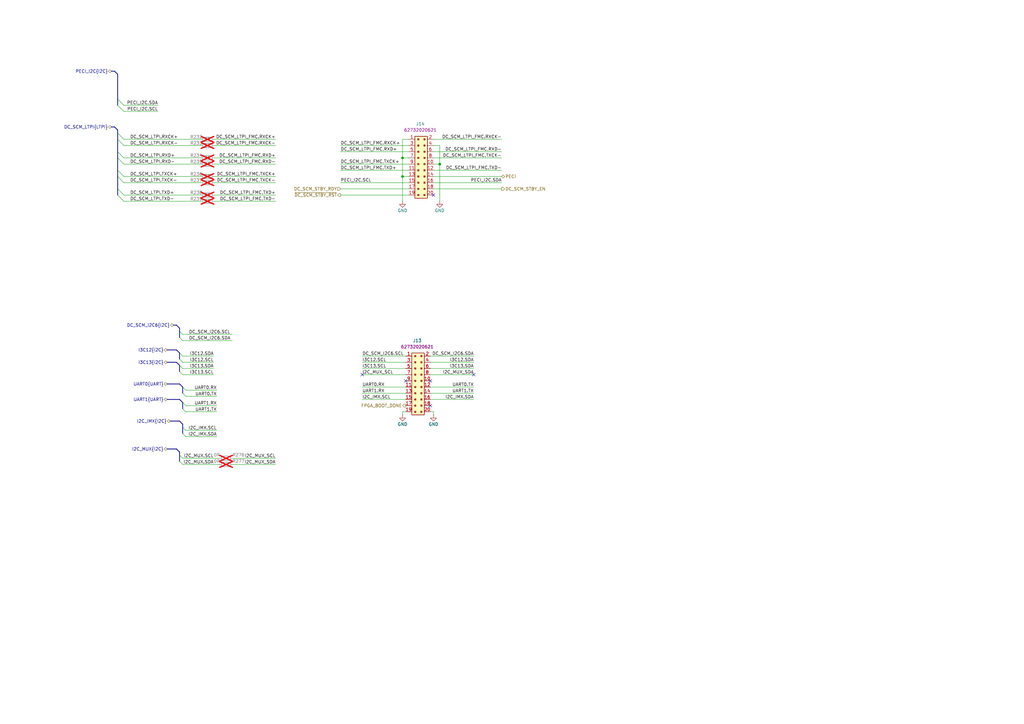
<source format=kicad_sch>
(kicad_sch (version 20250114) (generator "eeschema") (generator_version "9.0")
  (paper "A3")
  (title_block (title "BMC Reference Carrier Board") (date "2025-08-14") (rev "1.0.0"))
  (lib_symbols
    (symbol "antmicroGenericPinHeaders:PinHeader_2x10_P1.27mm_SMD_Shrouded"
      (property "Reference" "J" (at 18.415 -3.175 0))
      (property "MPN" "62732020621" (at 18.415 -13.335 0))
      (symbol "PinHeader_2x10_P1.27mm_SMD_Shrouded_1_1"
        (rectangle (start 1.905 -5.08) (end 1.905 -5.08) (stroke (width 0.254)) (fill (type background)))
        (rectangle (start 2.54 1.27) (end 7.62 -24.13) (stroke (width 0.254)) (fill (type background)))
        (rectangle (start 3.81 -2.54) (end 3.81 -2.54) (stroke (width 0.254)) (fill (type background)))
        (rectangle (start 4.191 -0.254) (end 3.683 0.254) (stroke (width 0.254)) (fill (type background)))
        (rectangle (start 4.191 -2.794) (end 3.683 -2.286) (stroke (width 0.254)) (fill (type background)))
        (rectangle (start 4.191 -5.334) (end 3.683 -4.826) (stroke (width 0.254)) (fill (type background)))
        (rectangle (start 4.191 -7.874) (end 3.683 -7.366) (stroke (width 0.254)) (fill (type background)))
        (rectangle (start 4.191 -10.414) (end 3.683 -9.906) (stroke (width 0.254)) (fill (type background)))
        (rectangle (start 4.191 -12.954) (end 3.683 -12.446) (stroke (width 0.254)) (fill (type background)))
        (rectangle (start 4.191 -15.494) (end 3.683 -14.986) (stroke (width 0.254)) (fill (type background)))
        (rectangle (start 4.191 -18.034) (end 3.683 -17.526) (stroke (width 0.254)) (fill (type background)))
        (rectangle (start 4.191 -20.574) (end 3.683 -20.066) (stroke (width 0.254)) (fill (type background)))
        (rectangle (start 4.191 -23.114) (end 3.683 -22.606) (stroke (width 0.254)) (fill (type background)))
        (rectangle (start 6.7056 -23.114) (end 6.1976 -22.606) (stroke (width 0.254)) (fill (type background)))
        (rectangle (start 6.731 -0.254) (end 6.223 0.254) (stroke (width 0.254)) (fill (type background)))
        (rectangle (start 6.731 -2.794) (end 6.223 -2.286) (stroke (width 0.254)) (fill (type background)))
        (rectangle (start 6.731 -5.334) (end 6.223 -4.826) (stroke (width 0.254)) (fill (type background)))
        (rectangle (start 6.731 -7.874) (end 6.223 -7.366) (stroke (width 0.254)) (fill (type background)))
        (rectangle (start 6.731 -10.414) (end 6.223 -9.906) (stroke (width 0.254)) (fill (type background)))
        (rectangle (start 6.731 -12.954) (end 6.223 -12.446) (stroke (width 0.254)) (fill (type background)))
        (rectangle (start 6.731 -15.494) (end 6.223 -14.986) (stroke (width 0.254)) (fill (type background)))
        (rectangle (start 6.731 -18.034) (end 6.223 -17.526) (stroke (width 0.254)) (fill (type background)))
        (rectangle (start 6.731 -20.574) (end 6.223 -20.066) (stroke (width 0.254)) (fill (type background)))
        (pin passive line (at 0 0 0) (length 2.54) (name "~") (number "1"))
        (pin passive line (at 0 -2.54 0) (length 2.54) (name "~") (number "3"))
        (pin passive line (at 0 -5.08 0) (length 2.54) (name "~") (number "5"))
        (pin passive line (at 0 -7.62 0) (length 2.54) (name "~") (number "7"))
        (pin passive line (at 0 -10.16 0) (length 2.54) (name "~") (number "9"))
        (pin passive line (at 0 -12.7 0) (length 2.54) (name "~") (number "11"))
        (pin passive line (at 0 -15.24 0) (length 2.54) (name "~") (number "13"))
        (pin passive line (at 0 -17.78 0) (length 2.54) (name "~") (number "15"))
        (pin passive line (at 0 -20.32 0) (length 2.54) (name "~") (number "17"))
        (pin passive line (at 0 -22.86 0) (length 2.54) (name "~") (number "19"))
        (pin passive line (at 10.16 0 180) (length 2.54) (name "~") (number "2"))
        (pin passive line (at 10.16 -2.54 180) (length 2.54) (name "~") (number "4"))
        (pin passive line (at 10.16 -5.08 180) (length 2.54) (name "~") (number "6"))
        (pin passive line (at 10.16 -7.62 180) (length 2.54) (name "~") (number "8"))
        (pin passive line (at 10.16 -10.16 180) (length 2.54) (name "~") (number "10"))
        (pin passive line (at 10.16 -12.7 180) (length 2.54) (name "~") (number "12"))
        (pin passive line (at 10.16 -15.24 180) (length 2.54) (name "~") (number "14"))
        (pin passive line (at 10.16 -17.78 180) (length 2.54) (name "~") (number "16"))
        (pin passive line (at 10.16 -20.32 180) (length 2.54) (name "~") (number "18"))
        (pin passive line (at 10.16 -22.86 180) (length 2.54) (name "~") (number "20"))
      )
    )
    (symbol "antmicroResistors0402:R_0R_0402" (pin_numbers (hide yes)) (pin_names (hide yes))
      (property "Reference" "R" (at 20.32 -5.08 0))
      (property "Val" "0R" (at 20.32 -7.62 0))
      (symbol "R_0R_0402_0_1"
        (rectangle (start 0.635 0.889) (end 4.445 -0.889) (stroke (width 0.254)))
      )
      (symbol "R_0R_0402_1_1"
        (pin passive line (at 0 0 0) (length 0.635) (name "~") (number "1"))
        (pin passive line (at 5.08 0 180) (length 0.635) (name "~") (number "2"))
      )
    )
    (symbol "antmicropower:GND" (power) (pin_numbers (hide yes)) (pin_names (hide yes))
      (property "Value" "GND" (at 8.89 -5.08 0))
      (symbol "GND_1_1"
        (polyline (pts (xy 0 0) (xy 0 -1.27) (xy 1.27 -1.27) (xy 0 -2.54) (xy -1.27 -1.27) (xy 0 -1.27)))
        (pin power_in line (at 0 0 270) (length 0) (name "GND") (number "1"))
      )
    )
  )
  (junction (at 165.1 64.77))
  (junction (at 165.1 72.39))
  (junction (at 180.34 67.31))
  (no_connect (at 176.53 156.21))
  (no_connect (at 166.37 156.21))
  (no_connect (at 194.31 153.67))
  (no_connect (at 177.8 80.01))
  (no_connect (at 176.53 166.37))
  (no_connect (at 148.59 153.67))
  (bus_entry (at 48.26 77.47) (size 2.54 2.54))
  (bus_entry (at 73.66 189.23) (size 1.27 1.27))
  (bus_entry (at 48.26 54.61) (size 2.54 2.54))
  (bus_entry (at 73.66 186.69) (size 1.27 1.27))
  (bus_entry (at 48.26 57.15) (size 2.54 2.54))
  (bus_entry (at 48.26 80.01) (size 2.54 2.54))
  (bus_entry (at 48.26 64.77) (size 2.54 2.54))
  (bus_entry (at 74.93 167.64) (size 1.27 1.27))
  (bus_entry (at 48.26 72.39) (size 2.54 2.54))
  (bus_entry (at 73.66 147.32) (size 1.27 1.27))
  (bus_entry (at 74.93 177.8) (size 1.27 1.27))
  (bus_entry (at 48.26 43.18) (size 2.54 2.54))
  (bus_entry (at 48.26 40.64) (size 2.54 2.54))
  (bus_entry (at 73.66 135.89) (size 1.27 1.27))
  (bus_entry (at 74.93 161.29) (size 1.27 1.27))
  (bus_entry (at 73.66 138.43) (size 1.27 1.27))
  (bus_entry (at 73.66 144.78) (size 1.27 1.27))
  (bus_entry (at 74.93 165.1) (size 1.27 1.27))
  (bus_entry (at 48.26 62.23) (size 2.54 2.54))
  (bus_entry (at 73.66 149.86) (size 1.27 1.27))
  (bus_entry (at 74.93 175.26) (size 1.27 1.27))
  (bus_entry (at 74.93 158.75) (size 1.27 1.27))
  (bus_entry (at 48.26 69.85) (size 2.54 2.54))
  (bus_entry (at 73.66 152.4) (size 1.27 1.27))
  (wire (pts (xy 139.7 67.31) (xy 167.64 67.31)))
  (wire (pts (xy 74.93 190.5) (xy 90.17 190.5)))
  (bus (pts (xy 72.39 133.35) (xy 73.66 134.62)))
  (bus (pts (xy 74.93 175.26) (xy 74.93 177.8)))
  (wire (pts (xy 176.53 161.29) (xy 194.31 161.29)))
  (wire (pts (xy 74.93 151.13) (xy 87.63 151.13)))
  (bus (pts (xy 48.26 69.85) (xy 48.26 72.39)))
  (wire (pts (xy 176.53 168.91) (xy 177.8 168.91)))
  (wire (pts (xy 176.53 153.67) (xy 194.31 153.67)))
  (wire (pts (xy 205.74 57.15) (xy 177.8 57.15)))
  (wire (pts (xy 180.34 59.69) (xy 180.34 67.31)))
  (wire (pts (xy 205.74 62.23) (xy 177.8 62.23)))
  (wire (pts (xy 165.1 57.15) (xy 165.1 64.77)))
  (wire (pts (xy 148.59 161.29) (xy 166.37 161.29)))
  (wire (pts (xy 177.8 67.31) (xy 180.34 67.31)))
  (wire (pts (xy 50.8 72.39) (xy 82.55 72.39)))
  (wire (pts (xy 50.8 67.31) (xy 82.55 67.31)))
  (bus (pts (xy 72.39 148.59) (xy 73.66 149.86)))
  (wire (pts (xy 176.53 163.83) (xy 194.31 163.83)))
  (bus (pts (xy 68.58 184.15) (xy 72.39 184.15)))
  (wire (pts (xy 176.53 158.75) (xy 194.31 158.75)))
  (wire (pts (xy 165.1 72.39) (xy 167.64 72.39)))
  (wire (pts (xy 165.1 64.77) (xy 167.64 64.77)))
  (wire (pts (xy 166.37 168.91) (xy 165.1 168.91)))
  (wire (pts (xy 139.7 77.47) (xy 167.64 77.47)))
  (wire (pts (xy 87.63 67.31) (xy 113.03 67.31)))
  (wire (pts (xy 165.1 64.77) (xy 165.1 72.39)))
  (wire (pts (xy 76.2 168.91) (xy 88.9 168.91)))
  (wire (pts (xy 165.1 72.39) (xy 165.1 82.55)))
  (wire (pts (xy 205.74 64.77) (xy 177.8 64.77)))
  (bus (pts (xy 73.66 185.42) (xy 73.66 186.69)))
  (wire (pts (xy 139.7 80.01) (xy 167.64 80.01)))
  (wire (pts (xy 205.74 72.39) (xy 177.8 72.39)))
  (wire (pts (xy 74.93 148.59) (xy 87.63 148.59)))
  (wire (pts (xy 87.63 59.69) (xy 113.03 59.69)))
  (bus (pts (xy 69.85 172.72) (xy 73.66 172.72)))
  (bus (pts (xy 46.99 52.07) (xy 48.26 53.34)))
  (wire (pts (xy 95.25 137.16) (xy 74.93 137.16)))
  (wire (pts (xy 74.93 146.05) (xy 87.63 146.05)))
  (bus (pts (xy 68.58 148.59) (xy 72.39 148.59)))
  (wire (pts (xy 177.8 77.47) (xy 205.74 77.47)))
  (wire (pts (xy 139.7 59.69) (xy 167.64 59.69)))
  (wire (pts (xy 87.63 72.39) (xy 113.03 72.39)))
  (bus (pts (xy 71.12 133.35) (xy 72.39 133.35)))
  (wire (pts (xy 148.59 148.59) (xy 166.37 148.59)))
  (bus (pts (xy 73.66 172.72) (xy 74.93 173.99)))
  (wire (pts (xy 177.8 168.91) (xy 177.8 170.18)))
  (wire (pts (xy 205.74 74.93) (xy 177.8 74.93)))
  (bus (pts (xy 48.26 72.39) (xy 48.26 77.47)))
  (wire (pts (xy 50.8 80.01) (xy 82.55 80.01)))
  (wire (pts (xy 148.59 158.75) (xy 166.37 158.75)))
  (bus (pts (xy 45.72 52.07) (xy 46.99 52.07)))
  (wire (pts (xy 76.2 160.02) (xy 88.9 160.02)))
  (wire (pts (xy 139.7 74.93) (xy 167.64 74.93)))
  (wire (pts (xy 180.34 67.31) (xy 180.34 82.55)))
  (wire (pts (xy 148.59 146.05) (xy 166.37 146.05)))
  (bus (pts (xy 48.26 54.61) (xy 48.26 57.15)))
  (wire (pts (xy 87.63 74.93) (xy 113.03 74.93)))
  (bus (pts (xy 45.72 29.21) (xy 46.99 29.21)))
  (bus (pts (xy 68.58 157.48) (xy 73.66 157.48)))
  (wire (pts (xy 76.2 179.07) (xy 88.9 179.07)))
  (wire (pts (xy 74.93 187.96) (xy 90.17 187.96)))
  (wire (pts (xy 74.93 139.7) (xy 95.25 139.7)))
  (bus (pts (xy 73.66 144.78) (xy 73.66 147.32)))
  (bus (pts (xy 73.66 186.69) (xy 73.66 189.23)))
  (wire (pts (xy 87.63 57.15) (xy 113.03 57.15)))
  (wire (pts (xy 50.8 57.15) (xy 82.55 57.15)))
  (wire (pts (xy 76.2 176.53) (xy 88.9 176.53)))
  (wire (pts (xy 148.59 153.67) (xy 166.37 153.67)))
  (wire (pts (xy 176.53 148.59) (xy 194.31 148.59)))
  (bus (pts (xy 48.26 40.64) (xy 48.26 30.48)))
  (bus (pts (xy 73.66 157.48) (xy 74.93 158.75)))
  (bus (pts (xy 48.26 57.15) (xy 48.26 62.23)))
  (bus (pts (xy 72.39 184.15) (xy 73.66 185.42)))
  (wire (pts (xy 50.8 59.69) (xy 82.55 59.69)))
  (bus (pts (xy 48.26 62.23) (xy 48.26 64.77)))
  (wire (pts (xy 87.63 80.01) (xy 113.03 80.01)))
  (wire (pts (xy 50.8 74.93) (xy 82.55 74.93)))
  (bus (pts (xy 74.93 165.1) (xy 74.93 167.64)))
  (wire (pts (xy 64.77 45.72) (xy 50.8 45.72)))
  (bus (pts (xy 48.26 77.47) (xy 48.26 80.01)))
  (wire (pts (xy 139.7 62.23) (xy 167.64 62.23)))
  (bus (pts (xy 48.26 64.77) (xy 48.26 69.85)))
  (wire (pts (xy 148.59 163.83) (xy 166.37 163.83)))
  (wire (pts (xy 95.25 190.5) (xy 113.03 190.5)))
  (bus (pts (xy 73.66 135.89) (xy 73.66 138.43)))
  (bus (pts (xy 72.39 143.51) (xy 73.66 144.78)))
  (wire (pts (xy 176.53 151.13) (xy 194.31 151.13)))
  (wire (pts (xy 76.2 162.56) (xy 88.9 162.56)))
  (wire (pts (xy 176.53 146.05) (xy 194.31 146.05)))
  (wire (pts (xy 167.64 57.15) (xy 165.1 57.15)))
  (wire (pts (xy 76.2 166.37) (xy 88.9 166.37)))
  (bus (pts (xy 48.26 53.34) (xy 48.26 54.61)))
  (wire (pts (xy 64.77 43.18) (xy 50.8 43.18)))
  (wire (pts (xy 87.63 64.77) (xy 113.03 64.77)))
  (wire (pts (xy 87.63 82.55) (xy 113.03 82.55)))
  (wire (pts (xy 82.55 82.55) (xy 50.8 82.55)))
  (bus (pts (xy 48.26 43.18) (xy 48.26 40.64)))
  (bus (pts (xy 73.66 163.83) (xy 74.93 165.1)))
  (wire (pts (xy 139.7 69.85) (xy 167.64 69.85)))
  (wire (pts (xy 165.1 168.91) (xy 165.1 170.18)))
  (wire (pts (xy 50.8 64.77) (xy 82.55 64.77)))
  (bus (pts (xy 73.66 134.62) (xy 73.66 135.89)))
  (wire (pts (xy 148.59 151.13) (xy 166.37 151.13)))
  (bus (pts (xy 68.58 143.51) (xy 72.39 143.51)))
  (wire (pts (xy 177.8 59.69) (xy 180.34 59.69)))
  (bus (pts (xy 74.93 158.75) (xy 74.93 161.29)))
  (wire (pts (xy 95.25 187.96) (xy 113.03 187.96)))
  (bus (pts (xy 74.93 173.99) (xy 74.93 175.26)))
  (wire (pts (xy 74.93 153.67) (xy 87.63 153.67)))
  (bus (pts (xy 68.58 163.83) (xy 73.66 163.83)))
  (bus (pts (xy 73.66 149.86) (xy 73.66 152.4)))
  (bus (pts (xy 46.99 29.21) (xy 48.26 30.48)))
  (wire (pts (xy 205.74 69.85) (xy 177.8 69.85)))
  (label "DC_SCM_LTPI.TXCK-" (at 53.34 74.93 0))
  (label "DC_SCM_LTPI.TXD+" (at 53.34 80.01 0))
  (label "I3C12.SDA" (at 194.31 148.59 180))
  (label "UART1.TX" (at 194.31 161.29 180))
  (label "PECI_I2C.SDA" (at 64.77 43.18 180))
  (label "I2C_MUX.SCL" (at 87.63 187.96 180))
  (label "DC_SCM_LTPI.RXCK+" (at 53.34 57.15 0))
  (label "DC_SCM_I2C6.SDA" (at 77.47 139.7 0))
  (label "DC_SCM_LTPI_FMC.TXD+" (at 113.03 80.01 180))
  (label "I2C_IMX.SDA" (at 194.31 163.83 180))
  (label "I2C_IMX.SCL" (at 88.9 176.53 180))
  (label "DC_SCM_LTPI_FMC.TXD-" (at 205.74 69.85 180))
  (label "DC_SCM_I2C6.SCL" (at 77.47 137.16 0))
  (label "I3C13.SCL" (at 148.59 151.13 0))
  (label "DC_SCM_LTPI.RXD-" (at 53.34 67.31 0))
  (label "I2C_MUX_SCL" (at 113.03 187.96 180))
  (label "UART0.TX" (at 88.9 162.56 180))
  (label "I2C_IMX.SDA" (at 88.9 179.07 180))
  (label "DC_SCM_LTPI_FMC.RXCK-" (at 205.74 57.15 180))
  (label "DC_SCM_LTPI_FMC.TXD+" (at 139.7 69.85 0))
  (label "DC_SCM_LTPI_FMC.RXCK-" (at 113.03 59.69 180))
  (label "UART0.TX" (at 194.31 158.75 180))
  (label "DC_SCM_I2C6.SCL" (at 148.59 146.05 0))
  (label "DC_SCM_LTPI_FMC.RXD-" (at 113.03 67.31 180))
  (label "I2C_MUX_SDA" (at 194.31 153.67 180))
  (label "DC_SCM_LTPI_FMC.TXCK-" (at 205.74 64.77 180))
  (label "UART0.RX" (at 148.59 158.75 0))
  (label "I3C12.SCL" (at 148.59 148.59 0))
  (label "I3C13.SDA" (at 194.31 151.13 180))
  (label "DC_SCM_LTPI_FMC.RXCK+" (at 113.03 57.15 180))
  (label "DC_SCM_LTPI_FMC.RXD+" (at 113.03 64.77 180))
  (label "DC_SCM_LTPI_FMC.RXD-" (at 205.74 62.23 180))
  (label "PECI_I2C.SDA" (at 205.74 74.93 180))
  (label "I2C_MUX_SCL" (at 148.59 153.67 0))
  (label "DC_SCM_LTPI.RXCK-" (at 53.34 59.69 0))
  (label "DC_SCM_LTPI_FMC.TXD-" (at 113.03 82.55 180))
  (label "PECI_I2C.SCL" (at 139.7 74.93 0))
  (label "I3C12.SDA" (at 87.63 146.05 180))
  (label "DC_SCM_LTPI_FMC.TXCK+" (at 139.7 67.31 0))
  (label "DC_SCM_LTPI_FMC.TXCK-" (at 113.03 74.93 180))
  (label "DC_SCM_LTPI_FMC.RXD+" (at 139.7 62.23 0))
  (label "DC_SCM_LTPI_FMC.TXCK+" (at 113.03 72.39 180))
  (label "DC_SCM_LTPI.TXCK+" (at 53.34 72.39 0))
  (label "I2C_MUX.SDA" (at 87.63 190.5 180))
  (label "PECI_I2C.SCL" (at 64.77 45.72 180))
  (label "DC_SCM_LTPI.TXD-" (at 53.34 82.55 0))
  (label "I3C13.SDA" (at 87.63 151.13 180))
  (label "I3C13.SCL" (at 87.63 153.67 180))
  (label "DC_SCM_I2C6.SDA" (at 194.31 146.05 180))
  (label "I2C_MUX_SDA" (at 113.03 190.5 180))
  (label "DC_SCM_LTPI.RXD+" (at 53.34 64.77 0))
  (label "UART0.RX" (at 88.9 160.02 180))
  (label "UART1.TX" (at 88.9 168.91 180))
  (label "UART1.RX" (at 148.59 161.29 0))
  (label "DC_SCM_LTPI_FMC.RXCK+" (at 139.7 59.69 0))
  (label "UART1.RX" (at 88.9 166.37 180))
  (label "I3C12.SCL" (at 87.63 148.59 180))
  (label "I2C_IMX.SCL" (at 148.59 163.83 0))
  (hierarchical_label "I3C12{I2C}" (shape bidirectional) (at 68.58 143.51 180))
  (hierarchical_label "I2C_IMX{I2C}" (shape bidirectional) (at 69.85 172.72 180))
  (hierarchical_label "I3C13{I2C}" (shape bidirectional) (at 68.58 148.59 180))
  (hierarchical_label "DC_SCM_LTPI{LTPI}" (shape bidirectional) (at 45.72 52.07 180))
  (hierarchical_label "UART0{UART}" (shape bidirectional) (at 68.58 157.48 180))
  (hierarchical_label "~{DC_SCM_STBY_RST}" (shape output) (at 139.7 80.01 180))
  (hierarchical_label "PECI" (shape bidirectional) (at 205.74 72.39 0))
  (hierarchical_label "DC_SCM_STBY_EN" (shape output) (at 205.74 77.47 0))
  (hierarchical_label "FPGA_BOOT_DONE" (shape output) (at 166.37 166.37 180))
  (hierarchical_label "DC_SCM_I2C6{I2C}" (shape bidirectional) (at 71.12 133.35 180))
  (hierarchical_label "UART1{UART}" (shape bidirectional) (at 68.58 163.83 180))
  (hierarchical_label "DC_SCM_STBY_RDY" (shape input) (at 139.7 77.47 180))
  (hierarchical_label "PECI_I2C{I2C}" (shape bidirectional) (at 45.72 29.21 180))
  (hierarchical_label "I2C_MUX{I2C}" (shape bidirectional) (at 68.58 184.15 180))
  (symbol (lib_id "antmicroGenericPinHeaders:PinHeader_2x10_P1.27mm_SMD_Shrouded") (at 166.37 146.05 0) (unit 1)
    (property "Reference" "J13" (at 171.1325 139.7 0))
    (property "Value" "PinHeader_2x10_P1.27mm_SMD_Shrouded" (effects (hide yes)))
    (property "Footprint" "antmicro-footprints:PinHeader_2x10_P1.27mm_SMD_Shrouded" (effects (hide yes)))
    (property "Datasheet" "https://www.we-online.com/catalog/datasheet/62732020621.pdf" (effects (hide yes)))
    (property "Description" "Pin Header, Wire-to-Board, 1.27 mm, 2 Rows, 20 Contacts, Surface Mount Straight, WR-BHD" (effects (hide yes)))
    (property "MPN" "62732020621" (at 171.1325 142.24 0))
    (property "Manufacturer" "Würth Elektronik" (effects (hide yes)))
    (property "Author" "Antmicro" (effects (hide yes)))
    (property "License" "Apache-2.0" (effects (hide yes)))
  )
  (symbol (lib_id "antmicroResistors0402:R_0R_0402") (at 87.63 57.15 0) (mirror y) (unit 1) (dnp yes)
    (property "Reference" "R232" (at 80.518 56.134 0))
    (property "Value" "R_0R_0402" (effects (hide yes)))
    (property "Footprint" "antmicro-footprints:R_0402_1005Metric" (effects (hide yes)))
    (property "Datasheet" "https://industrial.panasonic.com/cdbs/www-data/pdf/RDA0000/AOA0000C301.pdf" (effects (hide yes)))
    (property "Description" "SMD Chip Resistor, Jumper, 0 ohm, 100 mW, 0402 [1005 Metric], Thick Film, General Purpose" (effects (hide yes)))
    (property "MPN" "ERJ2GE0R00X" (effects (hide yes)))
    (property "Manufacturer" "Panasonic" (effects (hide yes)))
    (property "License" "Apache-2.0" (effects (hide yes)))
    (property "Author" "Antmicro" (effects (hide yes)))
    (property "Val" "0R" (at 85.09 57.15 0))
    (property "Current" "1A" (effects (hide yes)))
  )
  (symbol (lib_id "antmicroResistors0402:R_0R_0402") (at 87.63 72.39 0) (mirror y) (unit 1) (dnp yes)
    (property "Reference" "R236" (at 80.518 71.374 0))
    (property "Value" "R_0R_0402" (effects (hide yes)))
    (property "Footprint" "antmicro-footprints:R_0402_1005Metric" (effects (hide yes)))
    (property "Datasheet" "https://industrial.panasonic.com/cdbs/www-data/pdf/RDA0000/AOA0000C301.pdf" (effects (hide yes)))
    (property "Description" "SMD Chip Resistor, Jumper, 0 ohm, 100 mW, 0402 [1005 Metric], Thick Film, General Purpose" (effects (hide yes)))
    (property "MPN" "ERJ2GE0R00X" (effects (hide yes)))
    (property "Manufacturer" "Panasonic" (effects (hide yes)))
    (property "License" "Apache-2.0" (effects (hide yes)))
    (property "Author" "Antmicro" (effects (hide yes)))
    (property "Val" "0R" (at 85.09 72.39 0))
    (property "Current" "1A" (effects (hide yes)))
  )
  (symbol (lib_id "antmicroResistors0402:R_0R_0402") (at 95.25 187.96 180) (unit 1) (in_bom no) (dnp yes)
    (property "Reference" "R276" (at 95.25 187.325 0) (effects (justify right top)))
    (property "Value" "R_0R_0402" (effects (hide yes)))
    (property "Footprint" "antmicro-footprints:R_0402_1005Metric" (effects (hide yes)))
    (property "Datasheet" "https://industrial.panasonic.com/cdbs/www-data/pdf/RDA0000/AOA0000C301.pdf" (effects (hide yes)))
    (property "Manufacturer" "Panasonic" (effects (hide yes)))
    (property "MPN" "ERJ2GE0R00X" (effects (hide yes)))
    (property "Val" "0R" (at 87.63 187.325 0) (effects (justify right top)))
    (property "License" "Apache-2.0" (effects (hide yes)))
    (property "Author" "Antmicro" (effects (hide yes)))
    (property "Current" "1A" (effects (hide yes)))
  )
  (symbol (lib_id "antmicropower:GND") (at 177.8 170.18 0) (unit 1)
    (property "Reference" "#PWR0301" (effects (hide yes)))
    (property "Value" "GND" (at 177.8 173.99 0))
    (property "Author" "Antmicro" (effects (hide yes)))
    (property "License" "Apache-2.0" (effects (hide yes)))
  )
  (symbol (lib_id "antmicropower:GND") (at 180.34 82.55 0) (unit 1)
    (property "Reference" "#PWR0270" (effects (hide yes)))
    (property "Value" "GND" (at 180.34 86.36 0))
    (property "Author" "Antmicro" (effects (hide yes)))
    (property "License" "Apache-2.0" (effects (hide yes)))
  )
  (symbol (lib_id "antmicropower:GND") (at 165.1 82.55 0) (unit 1)
    (property "Reference" "#PWR0267" (effects (hide yes)))
    (property "Value" "GND" (at 165.1 86.36 0))
    (property "Author" "Antmicro" (effects (hide yes)))
    (property "License" "Apache-2.0" (effects (hide yes)))
  )
  (symbol (lib_id "antmicroResistors0402:R_0R_0402") (at 87.63 82.55 0) (mirror y) (unit 1) (dnp yes)
    (property "Reference" "R239" (at 80.518 81.534 0))
    (property "Value" "R_0R_0402" (effects (hide yes)))
    (property "Footprint" "antmicro-footprints:R_0402_1005Metric" (effects (hide yes)))
    (property "Datasheet" "https://industrial.panasonic.com/cdbs/www-data/pdf/RDA0000/AOA0000C301.pdf" (effects (hide yes)))
    (property "Description" "SMD Chip Resistor, Jumper, 0 ohm, 100 mW, 0402 [1005 Metric], Thick Film, General Purpose" (effects (hide yes)))
    (property "MPN" "ERJ2GE0R00X" (effects (hide yes)))
    (property "Manufacturer" "Panasonic" (effects (hide yes)))
    (property "License" "Apache-2.0" (effects (hide yes)))
    (property "Author" "Antmicro" (effects (hide yes)))
    (property "Val" "0R" (at 85.09 82.55 0))
    (property "Current" "1A" (effects (hide yes)))
  )
  (symbol (lib_id "antmicroResistors0402:R_0R_0402") (at 87.63 74.93 0) (mirror y) (unit 1) (dnp yes)
    (property "Reference" "R237" (at 80.518 73.914 0))
    (property "Value" "R_0R_0402" (effects (hide yes)))
    (property "Footprint" "antmicro-footprints:R_0402_1005Metric" (effects (hide yes)))
    (property "Datasheet" "https://industrial.panasonic.com/cdbs/www-data/pdf/RDA0000/AOA0000C301.pdf" (effects (hide yes)))
    (property "Description" "SMD Chip Resistor, Jumper, 0 ohm, 100 mW, 0402 [1005 Metric], Thick Film, General Purpose" (effects (hide yes)))
    (property "MPN" "ERJ2GE0R00X" (effects (hide yes)))
    (property "Manufacturer" "Panasonic" (effects (hide yes)))
    (property "License" "Apache-2.0" (effects (hide yes)))
    (property "Author" "Antmicro" (effects (hide yes)))
    (property "Val" "0R" (at 85.09 74.93 0))
    (property "Current" "1A" (effects (hide yes)))
  )
  (symbol (lib_id "antmicroResistors0402:R_0R_0402") (at 87.63 80.01 0) (mirror y) (unit 1) (dnp yes)
    (property "Reference" "R238" (at 80.518 78.994 0))
    (property "Value" "R_0R_0402" (effects (hide yes)))
    (property "Footprint" "antmicro-footprints:R_0402_1005Metric" (effects (hide yes)))
    (property "Datasheet" "https://industrial.panasonic.com/cdbs/www-data/pdf/RDA0000/AOA0000C301.pdf" (effects (hide yes)))
    (property "Description" "SMD Chip Resistor, Jumper, 0 ohm, 100 mW, 0402 [1005 Metric], Thick Film, General Purpose" (effects (hide yes)))
    (property "MPN" "ERJ2GE0R00X" (effects (hide yes)))
    (property "Manufacturer" "Panasonic" (effects (hide yes)))
    (property "License" "Apache-2.0" (effects (hide yes)))
    (property "Author" "Antmicro" (effects (hide yes)))
    (property "Val" "0R" (at 85.09 80.01 0))
    (property "Current" "1A" (effects (hide yes)))
  )
  (symbol (lib_id "antmicroResistors0402:R_0R_0402") (at 87.63 67.31 0) (mirror y) (unit 1) (dnp yes)
    (property "Reference" "R235" (at 80.518 66.294 0))
    (property "Value" "R_0R_0402" (effects (hide yes)))
    (property "Footprint" "antmicro-footprints:R_0402_1005Metric" (effects (hide yes)))
    (property "Datasheet" "https://industrial.panasonic.com/cdbs/www-data/pdf/RDA0000/AOA0000C301.pdf" (effects (hide yes)))
    (property "Description" "SMD Chip Resistor, Jumper, 0 ohm, 100 mW, 0402 [1005 Metric], Thick Film, General Purpose" (effects (hide yes)))
    (property "MPN" "ERJ2GE0R00X" (effects (hide yes)))
    (property "Manufacturer" "Panasonic" (effects (hide yes)))
    (property "License" "Apache-2.0" (effects (hide yes)))
    (property "Author" "Antmicro" (effects (hide yes)))
    (property "Val" "0R" (at 85.09 67.31 0))
    (property "Current" "1A" (effects (hide yes)))
  )
  (symbol (lib_id "antmicroResistors0402:R_0R_0402") (at 95.25 190.5 0) (mirror y) (unit 1) (in_bom no) (dnp yes)
    (property "Reference" "R277" (at 95.25 189.865 0) (effects (justify right bottom)))
    (property "Value" "R_0R_0402" (effects (hide yes)))
    (property "Footprint" "antmicro-footprints:R_0402_1005Metric" (effects (hide yes)))
    (property "Datasheet" "https://industrial.panasonic.com/cdbs/www-data/pdf/RDA0000/AOA0000C301.pdf" (effects (hide yes)))
    (property "Manufacturer" "Panasonic" (effects (hide yes)))
    (property "MPN" "ERJ2GE0R00X" (effects (hide yes)))
    (property "Val" "0R" (at 87.63 189.865 0) (effects (justify right bottom)))
    (property "License" "Apache-2.0" (effects (hide yes)))
    (property "Author" "Antmicro" (effects (hide yes)))
    (property "Current" "1A" (effects (hide yes)))
  )
  (symbol (lib_id "antmicroResistors0402:R_0R_0402") (at 87.63 59.69 0) (mirror y) (unit 1) (dnp yes)
    (property "Reference" "R233" (at 80.518 58.674 0))
    (property "Value" "R_0R_0402" (effects (hide yes)))
    (property "Footprint" "antmicro-footprints:R_0402_1005Metric" (effects (hide yes)))
    (property "Datasheet" "https://industrial.panasonic.com/cdbs/www-data/pdf/RDA0000/AOA0000C301.pdf" (effects (hide yes)))
    (property "Description" "SMD Chip Resistor, Jumper, 0 ohm, 100 mW, 0402 [1005 Metric], Thick Film, General Purpose" (effects (hide yes)))
    (property "MPN" "ERJ2GE0R00X" (effects (hide yes)))
    (property "Manufacturer" "Panasonic" (effects (hide yes)))
    (property "License" "Apache-2.0" (effects (hide yes)))
    (property "Author" "Antmicro" (effects (hide yes)))
    (property "Val" "0R" (at 85.09 59.69 0))
    (property "Current" "1A" (effects (hide yes)))
  )
  (symbol (lib_id "antmicroResistors0402:R_0R_0402") (at 87.63 64.77 0) (mirror y) (unit 1) (dnp yes)
    (property "Reference" "R234" (at 80.518 63.754 0))
    (property "Value" "R_0R_0402" (effects (hide yes)))
    (property "Footprint" "antmicro-footprints:R_0402_1005Metric" (effects (hide yes)))
    (property "Datasheet" "https://industrial.panasonic.com/cdbs/www-data/pdf/RDA0000/AOA0000C301.pdf" (effects (hide yes)))
    (property "Description" "SMD Chip Resistor, Jumper, 0 ohm, 100 mW, 0402 [1005 Metric], Thick Film, General Purpose" (effects (hide yes)))
    (property "MPN" "ERJ2GE0R00X" (effects (hide yes)))
    (property "Manufacturer" "Panasonic" (effects (hide yes)))
    (property "License" "Apache-2.0" (effects (hide yes)))
    (property "Author" "Antmicro" (effects (hide yes)))
    (property "Val" "0R" (at 85.09 64.77 0))
    (property "Current" "1A" (effects (hide yes)))
  )
  (symbol (lib_id "antmicroGenericPinHeaders:PinHeader_2x10_P1.27mm_SMD_Shrouded") (at 167.64 57.15 0) (unit 1)
    (property "Reference" "J14" (at 172.4025 50.8 0))
    (property "Value" "PinHeader_2x10_P1.27mm_SMD_Shrouded" (effects (hide yes)))
    (property "Footprint" "antmicro-footprints:PinHeader_2x10_P1.27mm_SMD_Shrouded" (effects (hide yes)))
    (property "Datasheet" "https://www.we-online.com/catalog/datasheet/62732020621.pdf" (effects (hide yes)))
    (property "Description" "Pin Header, Wire-to-Board, 1.27 mm, 2 Rows, 20 Contacts, Surface Mount Straight, WR-BHD" (effects (hide yes)))
    (property "MPN" "62732020621" (at 172.4025 53.34 0))
    (property "Manufacturer" "Würth Elektronik" (effects (hide yes)))
    (property "Author" "Antmicro" (effects (hide yes)))
    (property "License" "Apache-2.0" (effects (hide yes)))
  )
  (symbol (lib_id "antmicropower:GND") (at 165.1 170.18 0) (unit 1)
    (property "Reference" "#PWR0271" (effects (hide yes)))
    (property "Value" "GND" (at 165.1 173.99 0))
    (property "Author" "Antmicro" (effects (hide yes)))
    (property "License" "Apache-2.0" (effects (hide yes)))
  )
)
</source>
